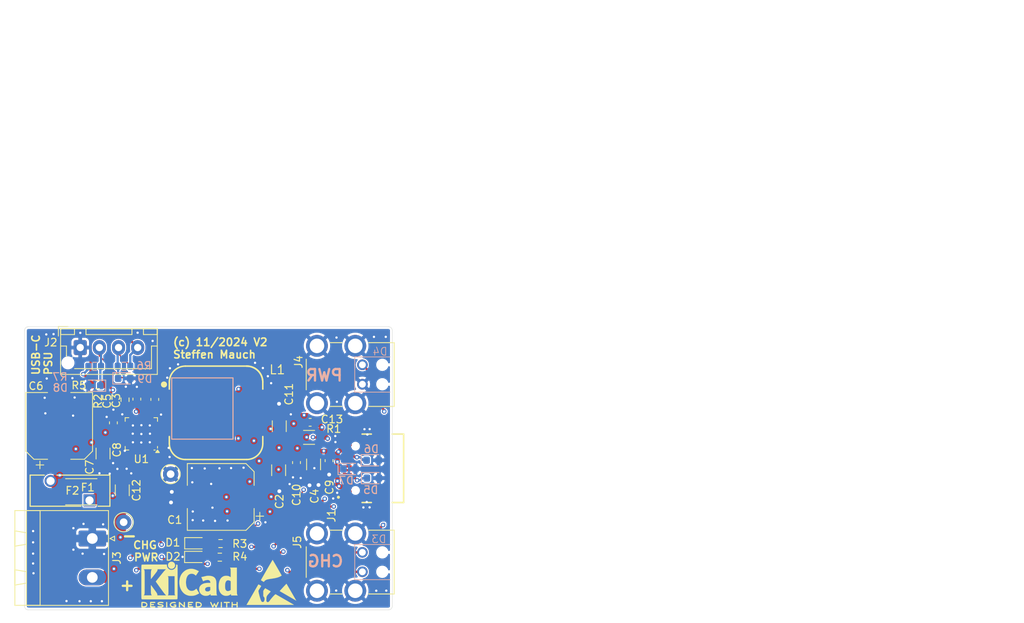
<source format=kicad_pcb>
(kicad_pcb (version 20240108) (generator "pcbnew") (generator_version "8.0")
  (layers (0 "F.Cu" signal) (1 "In1.Cu" signal) (2 "In2.Cu" signal) (31 "B.Cu" signal) (34 "B.Paste" user) (35 "F.Paste" user) (36 "B.SilkS" user "B.Silkscreen") (37 "F.SilkS" user "F.Silkscreen") (38 "B.Mask" user) (39 "F.Mask" user) (44 "Edge.Cuts" user))
  (net 0 "")
  (net 1 "GND")
  (net 6 "Net-(U1-BST)")
  (net 7 "Net-(C3-Pad2)")
  (net 10 "VIN")
  (net 12 "/VBUS")
  (net 13 "/CC1")
  (net 14 "/CC2")
  (net 15 "Net-(U1-PSET)")
  (net 16 "/SCL")
  (net 17 "/SDA")
  (net 18 "/VDRV")
  (net 20 "/FLED")
  (net 21 "Net-(D1-A)")
  (net 22 "Net-(D2-A)")
  (net 25 "Net-(J2-Pin_4)")
  (net 26 "Net-(J3-Pin_2)")
  (net 28 "/CSP")
  (footprint "Capacitor_SMD:CP_Elec_8x10.5" (layer "F.Cu") (at 171.61 83.49 180)
    (property "Reference" "C1")
    (property "Value" "C_POL_220u_35V")
  )
  (footprint "Capacitor_SMD:C_0603_1608Metric" (layer "F.Cu") (at 185.75 78.75 90)
    (property "Reference" "C9")
    (property "Value" "C0603_100n_50V")
  )
  (footprint "Symbol:KiCad-Logo2_5mm_SilkScreen" (layer "F.Cu") (at 167.53 94.93)
    (property "Reference" "SYM2" (hide yes))
    (property "Value" "Logo_Open_Hardware_Small" (hide yes))
  )
  (footprint "Package_DFN_QFN:QFN-24-1EP_4x4mm_P0.5mm_EP2.5x2.5mm" (layer "F.Cu") (at 161.25 75.25 180)
    (property "Reference" "U1")
    (property "Value" "SW3526")
  )
  (footprint "Fiducial:Fiducial_1.5mm_Mask3mm" (layer "F.Cu") (at 148 96)
    (property "Reference" "FID2" (hide yes))
    (property "Value" "Fiducial")
  )
  (footprint "Capacitor_SMD:CP_Elec_8x10.5" (layer "F.Cu") (at 150.52 74.21 90)
    (property "Reference" "C6")
    (property "Value" "C_POL_220u_35V")
  )
  (footprint "library:FUSE_AHEF300_LTF" (layer "F.Cu") (at 154.48 83.94 180)
    (property "Reference" "F2")
    (property "Value" "AHEF300")
  )
  (footprint "Resistor_SMD:R_0603_1608Metric" (layer "F.Cu") (at 159.12 70.79 -90)
    (property "Reference" "R2")
    (property "Value" "R0603_16K")
  )
  (footprint "LED_SMD:LED_0603_1608Metric" (layer "F.Cu") (at 168.380105 91.33)
    (property "Reference" "D2")
    (property "Value" "PWR_GREEN")
  )
  (footprint "Resistor_SMD:R_0603_1608Metric" (layer "F.Cu") (at 171.580105 89.58)
    (property "Reference" "R3")
    (property "Value" "R0603_1K")
  )
  (footprint "library:KEYSTONE_7781" (layer "F.Cu") (at 186.67 67.5 180)
    (property "Reference" "J4")
    (property "Value" "7781")
  )
  (footprint "LED_SMD:LED_0603_1608Metric" (layer "F.Cu") (at 168.390105 89.54)
    (property "Reference" "D1")
    (property "Value" "CHG_RED")
  )
  (footprint "Capacitor_SMD:C_0603_1608Metric" (layer "F.Cu") (at 183.28 73.74 180)
    (property "Reference" "C13")
    (property "Value" "C0603_100n_50V")
  )
  (footprint "library:WE-PD_1210" (layer "F.Cu") (at 171 72.5 -90)
    (property "Reference" "L1")
    (property "Value" "22u (7447709220)")
  )
  (footprint "Capacitor_SMD:C_0603_1608Metric" (layer "F.Cu") (at 160.66 70.71 -90)
    (property "Reference" "C5")
    (property "Value" "C0603_1u_50V")
  )
  (footprint "Capacitor_SMD:C_1206_3216Metric" (layer "F.Cu") (at 179.25 74.25 -90)
    (property "Reference" "C11")
    (property "Value" "C1206_22u_25V")
  )
  (footprint "Capacitor_SMD:C_1206_3216Metric" (layer "F.Cu") (at 156.25 77.82 90)
    (property "Reference" "C7")
    (property "Value" "C1206_10u_50V")
  )
  (footprint "Fuse:Fuse_2512_6332Metric" (layer "F.Cu") (at 153.41 82.82 180)
    (property "Reference" "F1")
    (property "Value" "Fuse")
  )
  (footprint "Capacitor_SMD:C_0603_1608Metric" (layer "F.Cu") (at 181.5 79 90)
    (property "Reference" "C10")
    (property "Value" "C0603_100n_50V")
  )
  (footprint "Capacitor_SMD:C_0603_1608Metric" (layer "F.Cu") (at 157.6 73.81 -90)
    (property "Reference" "C8")
    (property "Value" "C0603_1u_50V")
  )
  (footprint "Resistor_SMD:R_0603_1608Metric" (layer "F.Cu") (at 155.55 68.83 180)
    (property "Reference" "R5")
    (property "Value" "R0603_0R")
  )
  (footprint "library:KEYSTONE_7781" (layer "F.Cu") (at 186.67 92 180)
    (property "Reference" "J5")
    (property "Value" "7781")
  )
  (footprint "Connector_JST:JST_XH_B4B-XH-AM_1x04_P2.50mm_Vertical" (layer "F.Cu") (at 153.27 63.975)
    (property "Reference" "J2")
    (property "Value" "Conn_01x04_Pin")
  )
  (footprint "Resistor_SMD:R_0603_1608Metric" (layer "F.Cu") (at 171.49 91.36)
    (property "Reference" "R4")
    (property "Value" "R0603_1K")
  )
  (footprint "Capacitor_SMD:C_1206_3216Metric" (layer "F.Cu") (at 158.76 82.62 -90)
    (property "Reference" "C12")
    (property "Value" "C1206_10u_50V")
  )
  (footprint "Fiducial:Fiducial_1.5mm_Mask3mm" (layer "F.Cu") (at 179.5 63.5)
    (property "Reference" "FID1" (hide yes))
    (property "Value" "Fiducial" (hide yes))
  )
  (footprint "Connector_Pin:Pin_D1.0mm_L10.0mm" (layer "F.Cu") (at 158.94 86.79)
    (property "Reference" "TP2" (hide yes))
    (property "Value" "TestPoint" (hide yes))
  )
  (footprint "Capacitor_SMD:C_0603_1608Metric" (layer "F.Cu") (at 163 70.75 90)
    (property "Reference" "C3")
    (property "Value" "C0603_100n_50V")
  )
  (footprint "Capacitor_SMD:C_1206_3216Metric" (layer "F.Cu") (at 179.17 80 90)
    (property "Reference" "C2")
    (property "Value" "C1206_22u_25V")
  )
  (footprint "Connector_Pin:Pin_D1.0mm_L10.0mm" (layer "F.Cu") (at 165.07 80.51)
    (property "Reference" "TP1" (hide yes))
    (property "Value" "TestPoint")
  )
  (footprint "library:GCT_USB4110GFA" (layer "F.Cu") (at 189.2 79.75 90)
    (property "Reference" "J1")
    (property "Value" "USB4110GFA")
  )
  (footprint "Capacitor_SMD:C_1206_3216Metric" (layer "F.Cu") (at 183.73 79.24 90)
    (property "Reference" "C4")
    (property "Value" "C1206_10u_50V")
  )
  (footprint "Symbol:ESD-Logo_6.6x6mm_SilkScreen" (layer "F.Cu") (at 178.22824 94.634512)
    (property "Reference" "SYM1" (hide yes))
    (property "Value" "Logo_Open_Hardware_Small" (hide yes))
  )
  (footprint "Resistor_SMD:R_1206_3216Metric" (layer "F.Cu") (at 183.14 75.71)
    (property "Reference" "R1")
    (property "Value" "R1206_0.01R")
  )
  (footprint "Connector_Phoenix_MSTB:PhoenixContact_MSTBA_2,5_2-G-5,08_1x02_P5.08mm_Horizontal" (layer "F.Cu") (at 154.8475 88.92 -90)
    (property "Reference" "J3")
    (property "Value" "Conn_01x02_Socket")
  )
  (footprint "Resistor_SMD:R_0603_1608Metric" (layer "B.Cu") (at 155.16 66.43)
    (property "Reference" "R7")
    (property "Value" "R0603_10K")
  )
  (footprint "Diode_SMD:D_0603_1608Metric" (layer "B.Cu") (at 191.43 78.7)
    (property "Reference" "D6")
    (property "Value" "GG060305100N2P")
  )
  (footprint "Diode_SMD:D_0603_1608Metric" (layer "B.Cu") (at 159.01 68)
    (property "Reference" "D9")
    (property "Value" "GG060305100N2P")
  )
  (footprint "Diode_SMD:D_0603_1608Metric" (layer "B.Cu") (at 188.41 79.84)
    (property "Reference" "D7")
    (property "Value" "EZA-EG3A50AV")
  )
  (footprint "Resistor_SMD:R_0603_1608Metric" (layer "B.Cu") (at 158.98 66.42 180)
    (property "Reference" "R6")
    (property "Value" "R0603_10K")
  )
  (footprint "Diode_SMD:D_0603_1608Metric" (layer "B.Cu") (at 191.47 81.03)
    (property "Reference" "D5")
    (property "Value" "GG060305100N2P")
  )
  (footprint "library:WP934RS" (layer "B.Cu") (at 191.4 92 180)
    (property "Reference" "D3")
    (property "Value" "FRONT_CHG_RED")
  )
  (footprint "library:WP934RS" (layer "B.Cu") (at 191.4 67.5 180)
    (property "Reference" "D4")
    (property "Value" "FONT_PWR_GREEN")
  )
  (footprint "Diode_SMD:D_0603_1608Metric" (layer "B.Cu") (at 155.11 68.96 180)
    (property "Reference" "D8")
    (property "Value" "GG060305100N2P")
  )
  (gr_rect (start 165.21 67.94) (end 173.21 75.94) (stroke (width 0.15)) (fill none) (layer "B.SilkS"))
  (gr_line (start 194 61.75) (end 194 97.75) (stroke (width 0.05)) (layer "Edge.Cuts"))
  (gr_line (start 193.5 98.25) (end 146.5 98.25) (stroke (width 0.05)) (layer "Edge.Cuts"))
  (gr_arc (start 193.5 61.25) (mid 193.853553 61.396447) (end 194 61.75) (stroke (width 0.05)) (layer "Edge.Cuts"))
  (gr_arc (start 146.5 98.25) (mid 146.146447 98.103553) (end 146 97.75) (stroke (width 0.05)) (layer "Edge.Cuts"))
  (gr_arc (start 146 61.75) (mid 146.146447 61.396447) (end 146.5 61.25) (stroke (width 0.05)) (layer "Edge.Cuts"))
  (gr_arc (start 194 97.75) (mid 193.853553 98.103553) (end 193.5 98.25) (stroke (width 0.05)) (layer "Edge.Cuts"))
  (gr_line (start 146 97.75) (end 146 61.75) (stroke (width 0.05)) (layer "Edge.Cuts"))
  (gr_line (start 146.5 61.25) (end 193.5 61.25) (stroke (width 0.05)) (layer "Edge.Cuts"))
  (gr_text "PWR" (at 187.68 68.48 -0) (layer "B.SilkS") (effects (font (size 1.5 1.5) (thickness 0.3) (bold yes)) (justify left bottom mirror)))
  (gr_text "CHG" (at 187.77 92.76 0) (layer "B.SilkS") (effects (font (size 1.5 1.5) (thickness 0.3) (bold yes)) (justify left bottom mirror)))
  (gr_text "-" (at 158.56 89.41 0) (layer "F.SilkS") (effects (font (size 1.5 1.5) (thickness 0.3) (bold yes)) (justify left bottom)))
  (gr_text "CHG" (at 160.07 90.37 0) (layer "F.SilkS") (effects (font (size 1 1) (thickness 0.2) (bold yes)) (justify left bottom)))
  (gr_text "(c) 11/2024 V2\nSteffen Mauch" (at 165.28 65.47 0) (layer "F.SilkS") (effects (font (size 1 1) (thickness 0.2) (bold yes)) (justify left bottom)))
  (gr_text "PWR" (at 160.18 91.97 0) (layer "F.SilkS") (effects (font (size 1 1) (thickness 0.2) (bold yes)) (justify left bottom)))
  (gr_text "USB-C\nPSU" (at 149.68 67.67 90) (layer "F.SilkS") (effects (font (size 1 1) (thickness 0.2) (bold yes)) (justify left bottom)))
  (gr_text "+" (at 158.27 95.87 0) (layer "F.SilkS") (effects (font (size 1.5 1.5) (thickness 0.3) (bold yes)) (justify left bottom)))
  (segment (start 167.91 85.34) (end 167.96 85.39) (width 0.6) (layer "F.Cu") (net 1))
  (segment (start 159.22 69.09) (end 159.22 69.865) (width 0.3) (layer "F.Cu") (net 1))
  (segment (start 190.23 84.86) (end 188.5 84.86) (width 0.6) (layer "F.Cu") (net 1))
  (segment (start 179.25 72.775) (end 180.685 72.775) (width 0.6) (layer "F.Cu") (net 1))
  (segment (start 167 83) (end 165.79 84.21) (width 0.6) (layer "F.Cu") (net 1))
  (segment (start 159.195 81.145) (end 159.93 80.41) (width 0.3) (layer "F.Cu") (net 1))
  (segment (start 158.76 80.47) (end 158.12 79.83) (width 0.6) (layer "F.Cu") (net 1))
  (segment (start 158.76 81.145) (end 158.76 80.47) (width 0.6) (layer "F.Cu") (net 1))
  (segment (start 183.75 80.475) (end 183.75 81.1) (width 0.6) (layer "F.Cu") (net 1))
  (segment (start 183.82 81.35) (end 183.2 81.97) (width 0.6) (layer "F.Cu") (net 1))
  (segment (start 152.06 70.51) (end 150.52 70.51) (width 0.6) (layer "F.Cu") (net 1))
  (segment (start 181.04 80.93) (end 181.5 80.47) (width 0.6) (layer "F.Cu") (net 1))
  (segment (start 161.25 74.123722) (end 161.25 75.25) (width 0.3) (layer "F.Cu") (net 1))
  (segment (start 186.81 76.55) (end 186.58 76.32) (width 0.6) (layer "F.Cu") (net 1))
  (segment (start 156.72 73.035) (end 157.6 73.035) (width 0.3) (layer "F.Cu") (net 1))
  (segment (start 186.290064 83.519936) (end 186.81 83) (width 0.6) (layer "F.Cu") (net 1))
  (segment (start 180.17 81.81) (end 179.835 81.475) (width 0.6) (layer "F.Cu") (net 1))
  (segment (start 186.81 82.95) (end 187.925 82.95) (width 0.6) (layer "F.Cu") (net 1))
  (segment (start 158.76 80.38) (end 159.33 79.81) (width 0.6) (layer "F.Cu") (net 1))
  (segment (start 169.13 83.49) (end 170.53 84.89) (width 0.6) (layer "F.Cu") (net 1))
  (segment (start 152.54 70.5) (end 152.07 70.5) (width 0.6) (layer "F.Cu") (net 1))
  (segment (start 188.7 74.64) (end 190.05 74.64) (width 1) (layer "F.Cu") (net 1))
  (segment (start 191.45 74.64) (end 190.75 75.34) (width 1) (layer "F.Cu") (net 1))
  (segment (start 186.58 76.32) (end 186.58 75.55) (width 0.6) (layer "F.Cu") (net 1))
  (segment (start 179.25 71.35) (end 179.22 71.32) (width 0.6) (layer "F.Cu") (net 1))
  (segment (start 150.52 69.7) (end 152.25 67.97) (width 0.6) (layer "F.Cu") (net 1))
  (segment (start 184.37 81.93) (end 183.82 81.38) (width 0.6) (layer "F.Cu") (net 1))
  (segment (start 185.75 80.56) (end 185.76 80.57) (width 0.6) (layer "F.Cu") (net 1))
  (segment (start 152.07 70.5) (end 152.06 70.51) (width 0.6) (layer "F.Cu") (net 1))
  (segment (start 160.66 70.005) (end 160.66 69.11) (width 0.3) (layer "F.Cu") (net 1))
  (segment (start 156.25 79.295) (end 156.25 79.58) (width 0.6) (layer "F.Cu") (net 1))
  (segment (start 188.125 82.95) (end 188.125 84.285) (width 0.6) (layer "F.Cu") (net 1))
  (segment (start 167.91 83.49) (end 167.91 85.34) (width 0.6) (layer "F.Cu") (net 1))
  (segment (start 186.58 75.55) (end 186.56 75.53) (width 0.6) (layer "F.Cu") (net 1))
  (segment (start 186.290064 83.690064) (end 186.290064 83.519936) (width 0.6) (layer "F.Cu") (net 1))
  (segment (start 192.63 74.64) (end 191.45 74.64) (width 1) (layer "F.Cu") (net 1))
  (segment (start 156.25 79.295) (end 157.335 79.295) (width 0.6) (layer "F.Cu") (net 1))
  (segment (start 150.52 70.77) (end 148.72 72.57) (width 0.6) (layer "F.Cu") (net 1))
  (segment (start 157.335 79.295) (end 157.56 79.07) (width 0.6) (layer "F.Cu") (net 1))
  (segment (start 167.91 81.59) (end 167.9 81.58) (width 0.6) (layer "F.Cu") (net 1))
  (segment (start 167.91 83.49) (end 167.91 81.59) (width 0.6) (layer "F.Cu") (net 1))
  (segment (start 183.73 80.715) (end 183.73 79.83) (width 0.6) (layer "F.Cu") (net 1))
  (segment (start 168.66 83.49) (end 170.36 81.79) (width 0.6) (layer "F.Cu") (net 1))
  (segment (start 182.05 81.02) (end 181.5 80.47) (width 0.6) (layer "F.Cu") (net 1))
  (segment (start 180.685 72.775) (end 180.76 72.7) (width 0.6) (layer "F.Cu") (net 1))
  (segment (start 186.81 83) (end 186.81 82.95) (width 0.6) (layer "F.Cu") (net 1))
  (segment (start 150.52 69.64) (end 148.9 68.02) (width 0.6) (layer "F.Cu") (net 1))
  (segment (start 156.25 79.58) (end 157.12 80.45) (width 0.6) (layer "F.Cu") (net 1))
  (segment (start 179.25 72.775) (end 179.25 71.35) (width 0.6) (layer "F.Cu") (net 1))
  (segment (start 166.640105 91.33) (end 166.630105 91.32) (width 0.3) (layer "F.Cu") (net 1))
  (segment (start 148.66 70.51) (end 150.52 70.51) (width 0.6) (layer "F.Cu") (net 1))
  (segment (start 161.253893 74.119829) (end 161.25 74.123722) (width 0.3) (layer "F.Cu") (net 1))
  (segment (start 162.374071 75.228829) (end 161.271171 75.228829) (width 0.3) (layer "F.Cu") (net 1))
  (segment (start 180.6 81.81) (end 180.17 81.81) (width 0.6) (layer "F.Cu") (net 1))
  (segment (start 157.6 72.09) (end 157.6 73.035) (width 0.3) (layer "F.Cu") (net 1))
  (segment (start 187.925 76.55) (end 186.81 76.55) (width 0.6) (layer "F.Cu") (net 1))
  (segment (start 148.63 70.54) (end 148.66 70.51) (width 0.6) (layer "F.Cu") (net 1))
  (segment (start 150.52 71.05) (end 152.34 72.87) (width 0.6) (layer "F.Cu") (net 1))
  (segment (start 183.75 81.13) (end 183.75 80.475) (width 0.6) (layer "F.Cu") (net 1))
  (segment (start 179.835 81.475) (end 179.17 81.475) (width 0.6) (layer "F.Cu") (net 1))
  (segment (start 185.75 79.525) (end 185.75 80.56) (width 0.6) (layer "F.Cu") (net 1))
  (segment (start 167.592605 91.33) (end 166.640105 91.33) (width 0.3) (layer "F.Cu") (net 1))
  (segment (start 165.22 82.83) (end 166.83 82.83) (width 0.6) (layer "F.Cu") (net 1))
  (segment (start 190.37 74.64) (end 192.43 74.64) (width 0.6) (layer "F.Cu") (net 1))
  (segment (start 161.23959 76.377778) (end 161.23959 75.26041) (width 0.3) (layer "F.Cu") (net 1))
  (segment (start 181.5 80.47) (end 181.5 79.775) (width 0.6) (layer "F.Cu") (net 1))
  (segment (start 191.38 84.86) (end 190.67 84.15) (width 1) (layer "F.Cu") (net 1))
  (segment (start 192.63 84.86) (end 191.38 84.86) (width 1) (layer "F.Cu") (net 1))
  (segment (start 190.37 74.64) (end 188.5 74.64) (width 0.6) (layer "F.Cu") (net 1))
  (segment (start 179.25 82.73) (end 179.26 82.74) (width 0.6) (layer "F.Cu") (net 1))
  (segment (start 188.7 84.86) (end 189.96 84.86) (width 1) (layer "F.Cu") (net 1))
  (segment (start 156.25 79.93) (end 156.25 79.295) (width 0.6) (layer "F.Cu") (net 1))
  (segment (start 155.78 80.4) (end 156.25 79.93) (width 0.6) (layer "F.Cu") (net 1))
  (segment (start 165.79 84.21) (end 165.12 84.21) (width 0.6) (layer "F.Cu") (net 1))
  (segment (start 179.25 81.475) (end 179.25 82.73) (width 0.6) (layer "F.Cu") (net 1))
  (segment (start 189.96 84.86) (end 190.67 84.15) (width 1) (layer "F.Cu") (net 1))
  (segment (start 188.125 76.55) (end 188.125 75.215) (width 0.6) (layer "F.Cu") (net 1))
  (segment (start 158.76 81.145) (end 158.76 80.38) (width 0.6) (layer "F.Cu") (net 1))
  (segment (start 160.126651 75.226625) (end 160.150026 75.25) (width 0.3) (layer "F.Cu") (net 1))
  (segment (start 190.23 84.86) (end 192.43 84.86) (width 0.6) (layer "F.Cu") (net 1))
  (segment (start 183.73 79.83) (end 183.83 79.73) (width 0.6) (layer "F.Cu") (net 1))
  (segment (start 190.05 74.64) (end 190.75 75.34) (width 1) (layer "F.Cu") (net 1))
  (via (at 152.54 70.5) (size 0.6) (drill 0.3) (layers "F.Cu" "B.Cu") (net 1))
  (via (at 161.23959 76.377778) (size 0.6) (drill 0.3) (layers "F.Cu" "B.Cu") (net 1))
  (via (at 193.22 95.73) (size 0.6) (drill 0.3) (layers "F.Cu" "B.Cu") (net 1))
  (via (at 159.22 69.09) (size 0.6) (drill 0.3) (layers "F.Cu" "B.Cu") (net 1))
  (via (at 149.79 62.22) (size 0.6) (drill 0.3) (layers "F.Cu" "B.Cu") (net 1))
  (via (at 148.63 70.54) (size 0.6) (drill 0.3) (layers "F.Cu" "B.Cu") (net 1))
  (via (at 153.18 97.11) (size 0.6) (drill 0.3) (layers "F.Cu" "B.Cu") (net 1))
  (via (at 155.78 80.4) (size 0.6) (drill 0.3) (layers "F.Cu" "B.Cu") (net 1))
  (via (at 152.38 87.57) (size 0.6) (drill 0.3) (layers "F.Cu" "B.Cu") (net 1))
  (via (at 184.37 81.93) (size 0.8) (drill 0.5) (layers "F.Cu" "B.Cu") (net 1))
  (via (at 170.87 86.62) (size 0.6) (drill 0.3) (layers "F.Cu" "B.Cu") (net 1))
  (via (at 164.98 66.68) (size 0.6) (drill 0.3) (layers "F.Cu" "B.Cu") (net 1))
  (via (at 153.7 87.01) (size 0.6) (drill 0.3) (layers "F.Cu" "B.Cu") (net 1))
  (via (at 162.35 74.15) (size 0.6) (drill 0.3) (layers "F.Cu" "B.Cu") (net 1))
  (via (at 180.6 81.81) (size 0.6) (drill 0.3) (layers "F.Cu" "B.Cu") (net 1))
  (via (at 148.9 68.02) (size 0.6) (drill 0.3) (layers "F.Cu" "B.Cu") (net 1))
  (via (at 186.290064 83.690064) (size 0.6) (drill 0.3) (layers "F.Cu" "B.Cu") (net 1))
  (via (at 186.58 76.32) (size 0.6) (drill 0.3) (layers "F.Cu" "B.Cu") (net 1))
  (via (at 164.82 77.08) (size 0.6) (drill 0.3) (layers "F.Cu" "B.Cu") (net 1))
  (via (at 177.11 66.65) (size 0.6) (drill 0.3) (layers "F.Cu" "B.Cu") (net 1))
  (via (at 172.96 79.72) (size 0.6) (drill 0.3) (layers "F.Cu" "B.Cu") (net 1))
  (via (at 166.04 66.17) (size 0.6) (drill 0.3) (layers "F.Cu" "B.Cu") (net 1))
  (via (at 153.28 62.06) (size 0.6) (drill 0.3) (layers "F.Cu" "B.Cu") (net 1))
  (via (at 154.65 97.11) (size 0.6) (drill 0.3) (layers "F.Cu" "B.Cu") (net 1))
  (via (at 190.67 84.15) (size 0.6) (drill 0.3) (layers "F.Cu" "B.Cu") (net 1))
  (via (at 160.145 74.155) (size 0.6) (drill 0.3) (layers "F.Cu" "B.Cu") (net 1))
  (via (at 183.83 79.73) (size 0.6) (drill 0.3) (layers "F.Cu" "B.Cu") (net 1))
  (via (at 165.12 84.21) (size 0.8) (drill 0.5) (layers "F.Cu" "B.Cu") (net 1))
  (via (at 181.04 80.93) (size 0.6) (drill 0.3) (layers "F.Cu" "B.Cu") (net 1))
  (via (at 151.48 97.09) (size 0.6) (drill 0.3) (layers "F.Cu" "B.Cu") (net 1))
  (via (at 158.76 72.7) (size 0.6) (drill 0.3) (layers "F.Cu" "B.Cu") (net 1))
  (via (at 191.61 62.58) (size 0.6) (drill 0.3) (layers "F.Cu" "B.Cu") (net 1))
  (via (at 185.76 80.57) (size 0.8) (drill 0.5) (layers "F.Cu" "B.Cu") (net 1))
  (via (at 167.96 85.39) (size 0.6) (drill 0.3) (layers "F.Cu" "B.Cu") (net 1))
  (via (at 166.630105 91.32) (size 0.6) (drill 0.3) (layers "F.Cu" "B.Cu") (net 1))
  (via (at 186.81 82.95) (size 0.6) (drill 0.3) (layers "F.Cu" "B.Cu") (net 1))
  (via (at 160.126651 75.226625) (size 0.6) (drill 0.3) (layers "F.Cu" "B.Cu") (net 1))
  (via (at 177.76 67.72) (size 0.6) (drill 0.3) (layers "F.Cu" "B.Cu") (net 1))
  (via (at 159.93 80.41) (size 0.6) (drill 0.3) (layers "F.Cu" "B.Cu") (net 1))
  (via (at 156.38 90.94) (size 0.6) (drill 0.3) (layers "F.Cu" "B.Cu") (net 1))
  (via (at 158.12 79.83) (size 0.6) (drill 0.3) (layers "F.Cu" "B.Cu") (net 1))
  (via (at 147.12 89.42) (size 0.6) (drill 0.3) (layers "F.Cu" "B.Cu") (net 1))
  (via (at 148.84 62.26) (size 0.6) (drill 0.3) (layers "F.Cu" "B.Cu") (net 1))
  (via (at 186.68 95.72) (size 0.6) (drill 0.3) (layers "F.Cu" "B.Cu") (net 1))
  (via (at 156.26 87.07) (size 0.6) (drill 0.3) (layers "F.Cu" "B.Cu") (net 1))
  (via (at 160.66 69.11) (size 0.6) (drill 0.3) (layers "F.Cu" "B.Cu") (net 1))
  (via (at 178.19 68.63) (size 0.6) (drill 0.3) (layers "F.Cu" "B.Cu") (net 1))
  (via (at 174.59 79.67) (size 0.6) (drill 0.3) (layers "F.Cu" "B.Cu") (net 1))
  (via (at 161.25 75.27) (size 0.6) (drill 0.3) (layers "F.Cu" "B.Cu") (net 1))
  (via (at 169.32 86.57) (size 0.6) (drill 0.3) (layers "F.Cu" "B.Cu") (net 1))
  (via (at 147.12 92.18) (size 0.6) (drill 0.3) (layers "F.Cu" "B.Cu") (net 1))
  (via (at 179.22 71.32) (size 0.8) (drill 0.5) (layers "F.Cu" "B.Cu") (net 1))
  (via (at 190.23 84.86) (size 0.6) (drill 0.3) (layers "F.Cu" "B.Cu") (net 1))
  (via (at 180.76 72.7) (size 0.6) (drill 0.3) (layers "F.Cu" "B.Cu") (net 1))
  (via (at 148.72 72.57) (size 0.6) (drill 0.3) (layers "F.Cu" "B.Cu") (net 1))
  (via (at 156.1 97.11) (size 0.6) (drill 0.3) (layers "F.Cu" "B.Cu") (net 1))
  (via (at 186.77 71.06) (size 0.6) (drill 0.3) (layers "F.Cu" "B.Cu") (net 1))
  (via (at 159.09 77.46) (size 0.6) (drill 0.3) (layers "F.Cu" "B.Cu") (net 1))
  (via (at 147.12 90.89) (size 0.6) (drill 0.3) (layers "F.Cu" "B.Cu") (net 1))
  (via (at 152.25 67.97) (size 0.6) (drill 0.3) (layers "F.Cu" "B.Cu") (net 1))
  (via (at 191.91 95.74) (size 0.6) (drill 0.3) (layers "F.Cu" "B.Cu") (net 1))
  (via (at 160.148 76.35) (size 0.6) (drill 0.3) (layers "F.Cu" "B.Cu") (net 1))
  (via (at 153.58 90.9) (size 0.6) (drill 0.3) (layers "F.Cu" "B.Cu") (net 1))
  (via (at 162.35 76.35) (size 0.6) (drill 0.3) (layers "F.Cu" "B.Cu") (net 1))
  (via (at 157.6 72.09) (size 0.6) (drill 0.3) (layers "F.Cu" "B.Cu") (net 1))
  (via (at 164.93 78.27) (size 0.6) (drill 0.3) (layers "F.Cu" "B.Cu") (net 1))
  (via (at 163.82 72.73) (size 0.6) (drill 0.3) (layers "F.Cu" "B.Cu") (net 1))
  (via (at 172.5 86.57) (size 0.6) (drill 0.3) (layers "F.Cu" "B.Cu") (net 1))
  (via (at 160.76 62.04) (size 0.6) (drill 0.3) (layers "F.Cu" "B.Cu") (net 1))
  (via (at 167.9 81.58) (size 0.6) (drill 0.3) (layers "F.Cu" "B.Cu") (net 1))
  (via (at 179.26 82.74) (size 0.8) (drill 0.5) (layers "F.Cu" "B.Cu") (net 1))
  (via (at 167.95 86.52) (size 0.6) (drill 0.3) (layers "F.Cu" "B.Cu") (net 1))
  (via (at 176.09 65.97) (size 0.6) (drill 0.3) (layers "F.Cu" "B.Cu") (net 1))
  (via (at 147.17 93.46) (size 0.6) (drill 0.3) (layers "F.Cu" "B.Cu") (net 1))
  (via (at 191.04 84.85) (size 0.6) (drill 0.3) (layers "F.Cu" "B.Cu") (net 1))
  (via (at 186.56 75.53) (size 0.6) (drill 0.3) (layers "F.Cu" "B.Cu") (net 1))
  (via (at 157.12 80.45) (size 0.6) (drill 0.3) (layers "F.Cu" "B.Cu") (net 1))
  (via (at 190.37 74.64) (size 0.6) (drill 0.3) (layers "F.Cu" "B.Cu") (net 1))
  (via (at 170.36 81.79) (size 0.6) (drill 0.3) (layers "F.Cu" "B.Cu") (net 1))
  (via (at 164.63 67.91) (size 0.6) (drill 0.3) (layers "F.Cu" "B.Cu") (net 1))
  (via (at 159.33 79.81) (size 0.6) (drill 0.3) (layers "F.Cu" "B.Cu") (net 1))
  (via (at 167.84 79.72) (size 0.6) (drill 0.3) (layers "F.Cu" "B.Cu") (net 1))
  (via (at 191.05 74.63) (size 0.6) (drill 0.3) (layers "F.Cu" "B.Cu") (net 1))
  (via (at 157.56 79.07) (size 0.6) (drill 0.3) (layers "F.Cu" "B.Cu") (net 1))
  (via (at 190.75 75.34) (size 0.6) (drill 0.3) (layers "F.Cu" "B.Cu") (net 1))
  (via (at 156.72 73.035) (size 0.6) (drill 0.3) (layers "F.Cu" "B.Cu") (net 1))
  (via (at 169.52 79.77) (size 0.6) (drill 0.3) (layers "F.Cu" "B.Cu") (net 1))
  (via (at 177.44 86.8) (size 0.6) (drill 0.3) (layers "F.Cu" "B.Cu") (net 1))
  (via (at 171.44 79.75) (size 0.6) (drill 0.3) (layers "F.Cu" "B.Cu") (net 1))
  (via (at 161.253893 74.119829) (size 0.6) (drill 0.3) (layers "F.Cu" "B.Cu") (net 1))
  (via (at 193.15 62.58) (size 0.6) (drill 0.3) (layers "F.Cu" "B.Cu") (net 1))
  (via (at 152.34 72.87) (size 0.6) (drill 0.3) (layers "F.Cu" "B.Cu") (net 1))
  (via (at 182.05 81.02) (size 0.6) (drill 0.3) (layers "F.Cu" "B.Cu") (net 1))
  (via (at 162.374071 75.228829) (size 0.6) (drill 0.3) (layers "F.Cu" "B.Cu") (net 1))
  (via (at 170.53 84.89) (size 0.6) (drill 0.3) (layers "F.Cu" "B.Cu") (net 1))
  (via (at 186.72 62.67) (size 0.6) (drill 0.3) (layers "F.Cu" "B.Cu") (net 1))
  (via (at 152.38 90.38) (size 0.6) (drill 0.3) (layers "F.Cu" "B.Cu") (net 1))
  (via (at 183.2 81.97) (size 0.8) (drill 0.5) (layers "F.Cu" "B.Cu") (net 1))
  (via (at 162.72 63.11) (size 0.6) (drill 0.3) (layers "F.Cu" "B.Cu") (net 1))
  (via (at 165.22 82.83) (size 0.8) (drill 0.5) (layers "F.Cu" "B.Cu") (net 1))
  (via (at 147.12 87.95) (size 0.6) (drill 0.3) (layers "F.Cu" "B.Cu") (net 1))
  (segment (start 154.8475 90.5125) (end 154.83 90.53) (width 1) (layer "B.Cu") (net 1))
  (segment (start 157.36 88.92) (end 157.39 88.89) (width 1) (layer "B.Cu") (net 1))
  (segment (start 154.8475 88.92) (end 154.8475 87.3025) (width 1) (layer "B.Cu") (net 1))
  (segment (start 154.8475 88.92) (end 157.36 88.92) (width 1) (layer "B.Cu") (net 1))
  (segment (start 154.8475 88.92) (end 152.43 88.92) (width 1) (layer "B.Cu") (net 1))
  (segment (start 154.8475 87.3025) (end 154.86 87.29) (width 1) (layer "B.Cu") (net 1))
  (segment (start 152.43 88.92) (end 152.37 88.86) (width 1) (layer "B.Cu") (net 1))
  (segment (start 154.8475 88.92) (end 154.8475 90.5125) (width 1) (layer "B.Cu") (net 1))
  (segment (start 162.5 72.025) (end 163 71.525) (width 0.3) (layer "F.Cu") (net 6))
  (segment (start 162.5 73.3) (end 162.5 72.025) (width 0.3) (layer "F.Cu") (net 6))
  (segment (start 164.55 75.55) (end 164.73 75.73) (width 0.6) (layer "F.Cu") (net 7))
  (segment (start 163.2 76) (end 164.687868 76) (width 0.3) (layer "F.Cu") (net 7))
  (segment (start 164.55 74.5) (end 166.05 73) (width 0.3) (layer "F.Cu") (net 7))
  (segment (start 166.05 74.34) (end 164.94 75.45) (width 0.3) (layer "F.Cu") (net 7))
  (segment (start 164.687868 76) (end 166.05 74.637868) (width 0.3) (layer "F.Cu") (net 7))
  (segment (start 163 69.975) (end 163.585 69.975) (width 0.3) (layer "F.Cu") (net 7))
  (segment (start 164.55 74) (end 164.55 75.55) (width 0.6) (layer "F.Cu") (net 7))
  (segment (start 163.2 75) (end 164.76 75) (width 0.3) (layer "F.Cu") (net 7))
  (segment (start 164.62 75.5) (end 166.05 74.07) (width 0.3) (layer "F.Cu") (net 7))
  (segment (start 163.2 74) (end 164.55 74) (width 0.3) (layer "F.Cu") (net 7))
  (segment (start 163.585 69.975) (end 166.05 72.44) (width 0.3) (layer "F.Cu") (net 7))
  (segment (start 163.2 74.5) (end 164.55 74.5) (width 0.3) (layer "F.Cu") (net 7))
  (segment (start 164.55 74) (end 166.05 72.5) (width 0.3) (layer "F.Cu") (net 7))
  (segment (start 163.2 75.5) (end 164.62 75.5) (width 0.3) (layer "F.Cu") (net 7))
  (segment (start 150.52 78.26) (end 151.61 78.26) (width 1.4) (layer "F.Cu") (net 10))
  (segment (start 156.55 75.07) (end 156.25 75.37) (width 1.4) (layer "F.Cu") (net 10))
  (segment (start 150.51 82.51) (end 149.4 81.4) (width 1) (layer "F.Cu") (net 10))
  (segment (start 158.515 75.5) (end 159.3 75.5) (width 0.3) (layer "F.Cu") (net 10))
  (segment (start 153.525 76.345) (end 156.25 76.345) (width 1.4) (layer "F.Cu") (net 10))
  (segment (start 159.3 74.5) (end 157.685 74.5) (width 0.3) (layer "F.Cu") (net 10))
  (segment (start 157.035 74.585) (end 157.6 74.585) (width 1) (layer "F.Cu") (net 10))
  (segment (start 156.25 75.37) (end 156.25 76.345) (width 1.4) (layer "F.Cu") (net 10))
  (segment (start 159.3 74) (end 158.185 74) (width 0.3) (layer "F.Cu") (net 10))
  (segment (start 150.51 82.82) (end 150.51 78.27) (width 1.4) (layer "F.Cu") (net 10))
  (segment (start 156.55 75.07) (end 157.035 74.585) (width 1) (layer "F.Cu") (net 10))
  (segment (start 157.6 74.585) (end 158.515 75.5) (width 0.3) (layer "F.Cu") (net 10))
  (segment (start 151.61 78.26) (end 153.525 76.345) (width 1.4) (layer "F.Cu") (net 10))
  (segment (start 159.3 75) (end 158.015 75) (width 0.3) (layer "F.Cu") (net 10))
  (segment (start 158.015 75) (end 157.6 74.585) (width 0.3) (layer "F.Cu") (net 10))
  (segment (start 158.185 74) (end 157.6 74.585) (width 0.3) (layer "F.Cu") (net 10))
  (via (at 152.7 77.22) (size 0.6) (drill 0.3) (layers "F.Cu" "B.Cu") (net 10))
  (via (at 156.55 75.07) (size 0.6) (drill 0.3) (layers "F.Cu" "B.Cu") (net 10))
  (via (at 150.6 80.66) (size 0.6) (drill 0.3) (layers "F.Cu" "B.Cu") (net 10))
  (via (at 154.74 76.37) (size 0.6) (drill 0.3) (layers "F.Cu" "B.Cu") (net 10))
  (segment (start 185.3 77.525) (end 185.75 77.975) (width 0.6) (layer "F.Cu") (net 12))
  (segment (start 162.5 78.28) (end 162.8076 78.5876) (width 0.15) (layer "F.Cu") (net 12))
  (segment (start 162.8076 78.5876) (end 162.8076 84.30739) (width 0.15) (layer "F.Cu") (net 12))
  (segment (start 177.9876 87.4924) (end 182.25 83.23) (width 0.15) (layer "F.Cu") (net 12))
  (segment (start 183.75 77.525) (end 184.61 76.665) (width 0.6) (layer "F.Cu") (net 12))
  (segment (start 186.85 77.75) (end 186.85 81.85) (width 0.6) (layer "F.Cu") (net 12))
  (segment (start 162.5 77.2) (end 162.5 78.28) (width 0.15) (layer "F.Cu") (net 12))
  (segment (start 186.625 77.975) (end 186.85 77.75) (width 0.6) (layer "F.Cu") (net 12))
  (segment (start 165.99261 87.4924) (end 177.9876 87.4924) (width 0.15) (layer "F.Cu") (net 12))
  (segment (start 185.4 75.71) (end 185.56 75.87) (width 0.6) (layer "F.Cu") (net 12))
  (segment (start 187.25 77.35) (end 186.85 77.75) (width 0.6) (layer "F.Cu") (net 12))
  (segment (start 186.85 81.85) (end 187.17 82.17) (width 0.6) (layer "F.Cu") (net 12))
  (segment (start 182.25 83.23) (end 182.25 82.73) (width 0.15) (layer "F.Cu") (net 12))
  (segment (start 184.18 73.74) (end 184.83 74.39) (width 0.6) (layer "F.Cu") (net 12))
  (segment (start 183.712464 75.73) (end 184.6225 75.73) (width 0.3) (layer "F.Cu") (net 12))
  (segment (start 183.656232 75.673768) (end 183.712464 75.73) (width 0.3) (layer "F.Cu") (net 12))
  (segment (start 184.83 74.39) (end 184.83 74.51) (width 0.6) (layer "F.Cu") (net 12))
  (segment (start 182.25 82.73) (end 182.43 82.55) (width 0.15) (layer "F.Cu") (net 12))
  (segment (start 187.19 82.15) (end 187.17 82.17) (width 0.6) (layer "F.Cu") (net 12))
  (segment (start 185.75 77.975) (end 186.625 77.975) (width 0.6) (layer "F.Cu") (net 12))
  (segment (start 188.125 77.35) (end 187.25 77.35) (width 0.6) (layer "F.Cu") (net 12))
  (segment (start 184.83 74.51) (end 184.6025 74.7375) (width 0.6) (layer "F.Cu") (net 12))
  (segment (start 184.61 76.665) (end 184.61 75.4925) (width 0.6) (layer "F.Cu") (net 12))
  (segment (start 183.75 77.525) (end 185.3 77.525) (width 0.6) (layer "F.Cu") (net 12))
  (segment (start 188.125 82.15) (end 187.19 82.15) (width 0.6) (layer "F.Cu") (net 12))
  (segment (start 184.6025 74.7375) (end 184.6025 75.71) (width 0.6) (layer "F.Cu") (net 12))
  (segment (start 184.6025 75.71) (end 185.4 75.71) (width 0.6) (layer "F.Cu") (net 12))
  (segment (start 162.8076 84.30739) (end 165.99261 87.4924) (width 0.15) (layer "F.Cu") (net 12))
  (via (at 185.56 75.87) (size 0.6) (drill 0.3) (layers "F.Cu" "B.Cu") (net 12))
  (via (at 186.97 77.59) (size 0.6) (drill 0.3) (layers "F.Cu" "B.Cu") (net 12))
  (via (at 182.43 82.55) (size 0.6) (drill 0.3) (layers "F.Cu" "B.Cu") (net 12))
  (via (at 183.656232 75.673768) (size 0.6) (drill 0.3) (layers "F.Cu" "B.Cu") (net 12))
  (via (at 186.84 78.9) (size 0.6) (drill 0.3) (layers "F.Cu" "B.Cu") (net 12))
  (via (at 186.85 81.41) (size 0.6) (drill 0.3) (layers "F.Cu" "B.Cu") (net 12))
  (via (at 185.06 77.48) (size 0.6) (drill 0.3) (layers "F.Cu" "B.Cu") (net 12))
  (via (at 184.83 74.39) (size 0.6) (drill 0.3) (layers "F.Cu" "B.Cu") (net 12))
  (via (at 187.04 82.08) (size 0.6) (drill 0.3) (layers "F.Cu" "B.Cu") (net 12))
  (segment (start 187.6225 79.6825) (end 186.84 78.9) (width 0.3) (layer "B.Cu") (net 12))
  (segment (start 185.59 84.74) (end 186.36 84.74) (width 0.3) (layer "F.Cu") (net 13))
  (segment (start 158.45 76.5) (end 159.3 76.5) (width 0.3) (layer "F.Cu") (net 13))
  (segment (start 160.5952 80.223277) (end 158.2 77.828077) (width 0.3) (layer "F.Cu") (net 13))
  (segment (start 160.77 92.88) (end 176.65 92.88) (width 0.3) (layer "F.Cu") (net 13))
  (segment (start 182.59 85.85) (end 184.48 85.85) (width 0.3) (layer "F.Cu") (net 13))
  (segment (start 160.59 93.06) (end 160.77 92.88) (width 0.3) (layer "F.Cu") (net 13))
  (segment (start 178.51 89.93) (end 182.59 85.85) (width 0.3) (layer "F.Cu") (net 13))
  (segment (start 158.2 76.75) (end 158.45 76.5) (width 0.3) (layer "F.Cu") (net 13))
  (segment (start 189.1 81) (end 187.925 81) (width 0.3) (layer "F.Cu") (net 13))
  (segment (start 160.61 90.65) (end 160.61 82.13958) (width 0.3) (layer "F.Cu") (net 13))
  (segment (start 158.2 77.828077) (end 158.2 76.75) (width 0.3) (layer "F.Cu") (net 13))
  (segment (start 160.5952 82.12478) (end 160.5952 80.223277) (width 0.3) (layer "F.Cu") (net 13))
  (segment (start 189.41 81.31) (end 189.1 81) (width 0.3) (layer "F.Cu") (net 13))
  (segment (start 184.48 85.85) (end 185.59 84.74) (width 0.3) (layer "F.Cu") (net 13))
  (segment (start 160.61 82.13958) (end 160.5952 82.12478) (width 0.3) (layer "F.Cu") (net 13))
  (segment (start 159.81 91.45) (end 160.61 90.65) (width 0.3) (layer "F.Cu") (net 13))
  (via (at 189.41 81.31) (size 0.6) (drill 0.3) (layers "F.Cu" "B.Cu") (net 13))
  (via (at 160.59 93.06) (size 0.6) (drill 0.3) (layers "F.Cu" "B.Cu") (net 13))
  (via (at 159.81 91.45) (size 0.6) (drill 0.3) (layers "F.Cu" "B.Cu") (net 13))
  (via (at 186.36 84.74) (size 0.6) (drill 0.3) (layers "F.Cu" "B.Cu") (net 13))
  (via (at 176.65 92.88) (size 0.6) (drill 0.3) (layers "F.Cu" "B.Cu") (net 13))
  (via (at 178.51 89.93) (size 0.6) (drill 0.3) (layers "F.Cu" "B.Cu") (net 13))
  (segment (start 189.41 81.31) (end 189.84 81.31) (width 0.3) (layer "B.Cu") (net 13))
  (segment (start 190.11 81.04) (end 190.8725 81.04) (width 0.3) (layer "B.Cu") (net 13))
  (segment (start 189.84 81.31) (end 190.11 81.04) (width 0.3) (layer "B.Cu") (net 13))
  (segment (start 160 78.76) (end 160 77.2) (width 0.3) (layer "F.Cu") (net 14))
  (segment (start 163.89 89.52) (end 161.15 86.78) (width 0.3) (layer "F.Cu") (net 14))
  (segment (start 169.89 92.23) (end 164.83 92.23) (width 0.3) (layer "F.Cu") (net 14))
  (segment (start 183.89 85.02) (end 185.18 83.73) (width 0.3) (layer "F.Cu") (net 14))
  (segment (start 181.93 85.02) (end 183.89 85.02) (width 0.3) (layer "F.Cu") (net 14))
  (segment (start 189.13 78.3) (end 188.83 78) (width 0.3) (layer "F.Cu") (net 14))
  (segment (start 161.15 86.78) (end 161.15 79.91) (width 0.3) (layer "F.Cu") (net 14))
  (segment (start 189.38 78.3) (end 189.13 78.3) (width 0.3) (layer "F.Cu") (net 14))
  (segment (start 188.83 78) (end 187.925 78) (width 0.3) (layer "F.Cu") (net 14))
  (segment (start 163.89 89.72) (end 163.89 89.52) (width 0.3) (layer "F.Cu") (net 14))
  (segment (start 175.62 90.01) (end 176.94 90.01) (width 0.3) (layer "F.Cu") (net 14))
  (segment (start 161.15 79.91) (end 160 78.76) (width 0.3) (layer "F.Cu") (net 14))
  (segment (start 176.94 90.01) (end 181.93 85.02) (width 0.3) (layer "F.Cu") (net 14))
  (segment (start 164.83 92.23) (end 163.92 91.32) (width 0.3) (layer "F.Cu") (net 14))
  (via (at 189.38 78.3) (size 0.6) (drill 0.3) (layers "F.Cu" "B.Cu") (net 14))
  (via (at 185.18 83.73) (size 0.6) (drill 0.3) (layers "F.Cu" "B.Cu") (net 14))
  (via (at 169.89 92.23) (size 0.6) (drill 0.3) (layers "F.Cu" "B.Cu") (net 14))
  (via (at 163.89 89.72) (size 0.6) (drill 0.3) (layers "F.Cu" "B.Cu") (net 14))
  (via (at 163.92 91.32) (size 0.6) (drill 0.3) (layers "F.Cu" "B.Cu") (net 14))
  (via (at 175.62 90.01) (size 0.6) (drill 0.3) (layers "F.Cu" "B.Cu") (net 14))
  (segment (start 190.19 78.69) (end 190.9025 78.69) (width 0.3) (layer "B.Cu") (net 14))
  (segment (start 189.8 78.3) (end 190.19 78.69) (width 0.3) (layer "B.Cu") (net 14))
  (segment (start 189.38 78.3) (end 189.8 78.3) (width 0.3) (layer "B.Cu") (net 14))
  (segment (start 163.89 91.29) (end 163.92 91.32) (width 0.3) (layer "B.Cu") (net 14))
  (segment (start 159.22 71.92) (end 159.22 71.5) (width 0.3) (layer "F.Cu") (net 15))
  (segment (start 160 72.7) (end 159.22 71.92) (width 0.3) (layer "F.Cu") (net 15))
  (segment (start 160 73.3) (end 160 72.7) (width 0.3) (layer "F.Cu") (net 15))
  (segment (start 158.61 67.9) (end 155.77 65.06) (width 0.1524) (layer "F.Cu") (net 16))
  (segment (start 161.5 69.202446) (end 160.197554 67.9) (width 0.1524) (layer "F.Cu") (net 16))
  (segment (start 155.77 65.06) (end 155.77 63.975) (width 0.1524) (layer "F.Cu") (net 16))
  (segment (start 160.197554 67.9) (end 158.61 67.9) (width 0.1524) (layer "F.Cu") (net 16))
  (segment (start 161.5 73.3) (end 161.5 69.202446) (width 0.1524) (layer "F.Cu") (net 16))
  (segment (start 155.8975 68.96) (end 155.8975 66.5175) (width 0.3) (layer "B.Cu") (net 16))
  (segment (start 155.985 66.43) (end 155.985 64.19) (width 0.3) (layer "B.Cu") (net 16))
  (segment (start 162 68.54) (end 158.27 64.81) (width 0.1524) (layer "F.Cu") (net 17))
  (segment (start 162 73.3) (end 162 68.54) (width 0.1524) (layer "F.Cu") (net 17))
  (segment (start 158.155 66.42) (end 158.155 64.09) (width 0.3) (layer "B.Cu") (net 17))
  (segment (start 158.2225 68) (end 158.2225 66.4875) (width 0.3) (layer "B.Cu") (net 17))
  (segment (start 156.84 68.83) (end 157.53 69.52) (width 0.3) (layer "F.Cu") (net 18))
  (segment (start 161 73.3) (end 161 72.3) (width 0.3) (layer "F.Cu") (net 18))
  (segment (start 160.57 72.34) (end 160.61 72.3) (width 0.3) (layer "F.Cu") (net 18))
  (segment (start 159.25 94.25) (end 159.25 93.42) (width 0.3) (layer "F.Cu") (net 18))
  (segment (start 149.18 88.02) (end 149.18 92.89) (width 0.3) (layer "F.Cu") (net 18))
  (segment (start 157.53 69.52) (end 157.53 69.57) (width 0.3) (layer "F.Cu") (net 18))
  (segment (start 148.95 74.62) (end 147.38 76.19) (width 0.3) (layer "F.Cu") (net 18))
  (segment (start 160.66 71.99) (end 160.66 71.555) (width 0.3) (layer "F.Cu") (net 18))
  (segment (start 172.3 90.689895) (end 172.060105 90.45) (width 0.3) (layer "F.Cu") (net 18))
  (segment (start 152.48 74.62) (end 148.95 74.62) (width 0.3) (layer "F.Cu") (net 18))
  (segment (start 157.44 96.06) (end 159.25 94.25) (width 0.3) (layer "F.Cu") (net 18))
  (segment (start 147.38 76.19) (end 147.38 86.22) (width 0.3) (layer "F.Cu") (net 18))
  (segment (start 172.43 90.18) (end 172.16 90.45) (width 0.3) (layer "F.Cu") (net 18))
  (segment (start 172.16 90.45) (end 172.060105 90.45) (width 0.3) (layer "F.Cu") (net 18))
  (segment (start 152.35 96.06) (end 157.44 96.06) (width 0.3) (layer "F.Cu") (net 18))
  (segment (start 160.61 72.3) (end 161 72.3) (width 0.3) (layer "F.Cu") (net 18))
  (segment (start 162.22 90.45) (end 172.060105 90.45) (width 0.3) (layer "F.Cu") (net 18))
  (segment (start 157.53 69.57) (end 152.48 74.62) (width 0.3) (layer "F.Cu") (net 18))
  (segment (start 147.38 86.22) (end 149.18 88.02) (width 0.3) (layer "F.Cu") (net 18))
  (segment (start 161 72.3) (end 160.97 72.3) (width 0.3) (layer "F.Cu") (net 18))
  (segment (start 156.375 68.83) (end 156.84 68.83) (width 0.3) (layer "F.Cu") (net 18))
  (segment (start 172.43 89.604895) (end 172.43 90.18) (width 0.3) (layer "F.Cu") (net 18))
  (segment (start 172.3 91.345) (end 172.3 90.689895) (width 0.3) (layer "F.Cu") (net 18))
  (segment (start 159.25 93.42) (end 162.22 90.45) (width 0.3) (layer "F.Cu") (net 18))
  (segment (start 160.97 72.3) (end 160.66 71.99) (width 0.3) (layer "F.Cu") (net 18))
  (segment (start 149.18 92.89) (end 152.35 96.06) (width 0.3) (layer "F.Cu") (net 18))
  (via (at 160.57 72.34) (size 0.6) (drill 0.3) (layers "F.Cu" "B.Cu") (net 18))
  (via (at 157.53 69.52) (size 0.6) (drill 0.3) (layers "F.Cu" "B.Cu") (net 18))
  (segment (start 174.7 90.27) (end 174.7 89.23) (width 0.3) (layer "F.Cu") (net 20))
  (segment (start 161.75 85.47) (end 161.75 79.42) (width 0.3) (layer "F.Cu") (net 20))
  (segment (start 173.64 88.17) (end 168.490105 88.17) (width 0.3) (layer "F.Cu") (net 20))
  (segment (start 175.17 90.74) (end 174.7 90.27) (width 0.3) (layer "F.Cu") (net 20))
  (segment (start 180.53 93.27) (end 190.1 93.27) (width 0.3) (layer "F.Cu") (net 20))
  (segment (start 161.5 79.17) (end 161.5 77.2) (width 0.3) (layer "F.Cu") (net 20))
  (segment (start 168.490105 88.17) (end 167.602605 89.0575) (width 0.3) (layer "F.Cu") (net 20))
  (segment (start 179.670105 90.74) (end 175.17 90.74) (width 0.3) (layer "F.Cu") (net 20))
  (segment (start 174.7 89.23) (end 173.64 88.17) (width 0.3) (layer "F.Cu") (net 20))
  (segment (start 167.602605 89.0575) (end 167.602605 89.54) (width 0.3) (layer "F.Cu") (net 20))
  (segment (start 161.75 79.42) (end 161.5 79.17) (width 0.3) (layer "F.Cu") (net 20))
  (segment (start 165.82 89.54) (end 161.75 85.47) (width 0.3) (layer "F.Cu") (net 20))
  (segment (start 180.31 93.05) (end 180.53 93.27) (width 0.3) (layer "F.Cu") (net 20))
  (segment (start 167.602605 89.54) (end 165.82 89.54) (width 0.3) (layer "F.Cu") (net 20))
  (segment (start 179.780105 90.63) (end 179.670105 90.74) (width 0.3) (layer "F.Cu") (net 20))
  (via (at 179.780105 90.63) (size 0.6) (drill 0.3) (layers "F.Cu" "B.Cu") (net 20))
  (via (at 180.31 93.05) (size 0.6) (drill 0.3) (layers "F.Cu" "B.Cu") (net 20))
  (segment (start 174.72 91.54) (end 180.42 91.54) (width 0.3) (layer "F.Cu") (net 21))
  (segment (start 180.42 91.54) (end 181.23 90.73) (width 0.3) (layer "F.Cu") (net 21))
  (segment (start 173.82 90.64) (end 174.72 91.54) (width 0.3) (layer "F.Cu") (net 21))
  (segment (start 169.177605 89.54) (end 170.715105 89.54) (width 0.3) (layer "F.Cu") (net 21))
  (segment (start 173.2 88.66) (end 173.82 89.28) (width 0.3) (layer "F.Cu") (net 21))
  (segment (start 171.26 88.66) (end 173.2 88.66) (width 0.3) (layer "F.Cu") (net 21))
  (segment (start 170.755105 89.58) (end 170.755105 89.164895) (width 0.3) (layer "F.Cu") (net 21))
  (segment (start 170.755105 89.164895) (end 171.26 88.66) (width 0.3) (layer "F.Cu") (net 21))
  (segment (start 181.23 90.73) (end 190.1 90.73) (width 0.3) (layer "F.Cu") (net 21))
  (segment (start 173.82 89.28) (end 173.82 90.64) (width 0.3) (layer "F.Cu") (net 21))
  (segment (start 182.03 92.24) (end 171.52 92.24) (width 0.3) (layer "F.Cu") (net 22))
  (segment (start 182.2776 91.9924) (end 182.03 92.24) (width 0.3) (layer "F.Cu") (net 22))
  (segment (start 192.95 72.15) (end 191.5 70.7) (width 0.3) (layer "F.Cu") (net 22))
  (segment (start 191.6 90.98) (end 190.5876 91.9924) (width 0.3) (layer "F.Cu") (net 22))
  (segment (start 191.6 88.35) (end 191.6 90.98) (width 0.3) (layer "F.Cu") (net 22))
  (segment (start 192.79 87.16) (end 191.6 88.35) (width 0.3) (layer "F.Cu") (net 22))
  (segment (start 190.5876 91.9924) (end 182.2776 91.9924) (width 0.3) (layer "F.Cu") (net 22))
  (segment (start 192.95 72.32) (end 192.95 72.15) (width 0.3) (layer "F.Cu") (net 22))
  (segment (start 171.52 92.24) (end 170.61 91.33) (width 0.3) (layer "F.Cu") (net 22))
  (segment (start 170.61 91.33) (end 169.167605 91.33) (width 0.3) (layer "F.Cu") (net 22))
  (segment (start 191.5 67.63) (end 190.1 66.23) (width 0.3) (layer "F.Cu") (net 22))
  (segment (start 191.5 70.7) (end 191.5 67.63) (width 0.3) (layer "F.Cu") (net 22))
  (via (at 192.79 87.16) (size 0.6) (drill 0.3) (layers "F.Cu" "B.Cu") (net 22))
  (via (at 192.95 72.32) (size 0.6) (drill 0.3) (layers "F.Cu" "B.Cu") (net 22))
  (segment (start 192.79 87.16) (end 192.95 87) (width 0.3) (layer "B.Cu") (net 22))
  (segment (start 153.88 67.66) (end 154.62 67.66) (width 0.3) (layer "F.Cu") (net 25))
  (segment (start 154.62 68.725) (end 154.62 67.66) (width 0.3) (layer "F.Cu") (net 25))
  (segment (start 153.67 67.45) (end 153.88 67.66) (width 0.3) (layer "F.Cu") (net 25))
  (segment (start 154.62 63.21) (end 155.5 62.33) (width 0.3) (layer "F.Cu") (net 25))
  (segment (start 155.5 62.33) (end 159.125 62.33) (width 0.3) (layer "F.Cu") (net 25))
  (segment (start 154.62 67.66) (end 154.62 63.21) (width 0.3) (layer "F.Cu") (net 25))
  (segment (start 159.125 62.33) (end 160.77 63.975) (width 0.3) (layer "F.Cu") (net 25))
  (via (at 153.67 67.45) (size 0.6) (drill 0.3) (layers "F.Cu" "B.Cu") (net 25))
  (segment (start 154.335 66.785) (end 154.335 66.43) (width 0.3) (layer "B.Cu") (net 25))
  (segment (start 159.805 66.42) (end 159.805 64.94) (width 0.3) (layer "B.Cu") (net 25))
  (segment (start 159.805 64.94) (end 160.77 63.975) (width 0.3) (layer "B.Cu") (net 25))
  (segment (start 153.67 67.45) (end 154.335 66.785) (width 0.3) (layer "B.Cu") (net 25))
  (segment (start 156.47 82.78) (end 156.31 82.78) (width 1.4) (layer "F.Cu") (net 26))
  (segment (start 154.8475 94) (end 156.5 94) (width 1.4) (layer "F.Cu") (net 26))
  (segment (start 158.525 91.975) (end 158.525 84.835) (width 1.4) (layer "F.Cu") (net 26))
  (segment (start 156.5 94) (end 158.525 91.975) (width 1.4) (layer "F.Cu") (net 26))
  (segment (start 155.19 83.94) (end 156.31 82.82) (width 1.4) (layer "F.Cu") (net 26))
  (segment (start 158.525 84.835) (end 156.47 82.78) (width 1.4) (layer "F.Cu") (net 26))
  (segment (start 154.48 83.94) (end 155.19 83.94) (width 1) (layer "F.Cu") (net 26))
  (via (at 157.51 83.33) (size 0.6) (drill 0.3) (layers "F.Cu" "B.Cu") (net 26))
  (via (at 157.67 92.88) (size 0.6) (drill 0.3) (layers "F.Cu" "B.Cu") (net 26))
  (via (at 158.52 88.76) (size 0.6) (drill 0.3) (layers "F.Cu" "B.Cu") (net 26))
  (segment (start 181.6775 74.8225) (end 181.95 74.55) (width 0.3) (layer "F.Cu") (net 28))
  (segment (start 166.117868 87.19) (end 163.11 84.182132) (width 0.15) (layer "F.Cu") (net 28))
  (segment (start 177.415 75.725) (end 179.25 75.725) (width 0.6) (layer "F.Cu") (net 28))
  (segment (start 182.8 75.71) (end 182.82 75.69) (width 0.6) (layer "F.Cu") (net 28))
  (segment (start 177.38 75.76) (end 177.415 75.725) (width 0.6) (layer "F.Cu") (net 28))
  (segment (start 164.13 78.1) (end 164.13 76.9) (width 0.15) (layer "F.Cu") (net 28))
  (segment (start 176.48 86.9674) (end 176.2574 87.19) (width 0.15) (layer "F.Cu") (net 28))
  (segment (start 163.73 76.5) (end 163.2 76.5) (width 0.15) (layer "F.Cu") (net 28))
  (segment (start 175.95 74.33) (end 177.38 75.76) (width 0.6) (layer "F.Cu") (net 28))
  (segment (start 176.2574 87.19) (end 166.117868 87.19) (width 0.15) (layer "F.Cu") (net 28))
  (segment (start 181.6775 75.71) (end 182.8 75.71) (width 0.6) (layer "F.Cu") (net 28))
  (segment (start 164.13 76.9) (end 163.73 76.5) (width 0.15) (layer "F.Cu") (net 28))
  (segment (start 163.11 84.182132) (end 163.11 79.12) (width 0.15) (layer "F.Cu") (net 28))
  (segment (start 181.95 74.55) (end 182.37 74.55) (width 0.3) (layer "F.Cu") (net 28))
  (segment (start 163.11 79.12) (end 164.13 78.1) (width 0.15) (layer "F.Cu") (net 28))
  (segment (start 181.6775 75.71) (end 181.6775 74.8225) (width 0.3) (layer "F.Cu") (net 28))
  (via (at 176.48 86.9674) (size 0.6) (drill 0.3) (layers "F.Cu" "B.Cu") (net 28))
  (via (at 178.2 83.46) (size 0.6) (drill 0.3) (layers "F.Cu" "B.Cu") (net 28))
  (via (at 178.12 74.6) (size 0.6) (drill 0.3) (layers "F.Cu" "B.Cu") (net 28))
  (via (at 176.62 78.79) (size 0.6) (drill 0.3) (layers "F.Cu" "B.Cu") (net 28))
  (via (at 175.39 81.48) (size 0.6) (drill 0.3) (layers "F.Cu" "B.Cu") (net 28))
  (via (at 181.13 73.91) (size 0.6) (drill 0.3) (layers "F.Cu" "B.Cu") (net 28))
  (via (at 172.35 83.5) (size 0.6) (drill 0.3) (layers "F.Cu" "B.Cu") (net 28))
  (via (at 178.03 85.41) (size 0.6) (drill 0.3) (layers "F.Cu" "B.Cu") (net 28))
  (via (at 172.44 85.37) (size 0.6) (drill 0.3) (layers "F.Cu" "B.Cu") (net 28))
  (via (at 173.94 69.39) (size 0.6) (drill 0.3) (layers "F.Cu" "B.Cu") (net 28))
  (via (at 179.16 79.9) (size 0.6) (drill 0.3) (layers "F.Cu" "B.Cu") (net 28))
  (via (at 179.22 77.06) (size 0.6) (drill 0.3) (layers "F.Cu" "B.Cu") (net 28))
  (via (at 175.94 76.15) (size 0.6) (drill 0.3) (layers "F.Cu" "B.Cu") (net 28))
  (via (at 181.61 77.13) (size 0.6) (drill 0.3) (layers "F.Cu" "B.Cu") (net 28))
  (via (at 182.49 72.8) (size 0.6) (drill 0.3) (layers "F.Cu" "B.Cu") (net 28))
  (via (at 182.82 75.69) (size 0.6) (drill 0.3) (layers "F.Cu" "B.Cu") (net 28))
  (via (at 173.91 75.84) (size 0.6) (drill 0.3) (layers "F.Cu" "B.Cu") (net 28))
  (zone (net 28) (net_name "/CSP") (layers "F.Cu" "In1.Cu") (priority 1) (connect_pads (clearance 0.2)) (min_thickness 0.2) (fill yes (thermal_gap 0.25) (thermal_bridge_width 0.8) (smoothing fillet) (radius 0.3))
    (polygon (pts (xy 173.53 69.68) (xy 174.2 69.03) (xy 178.55 68.99) (xy 178.5 74.21) (xy 180.26 74.21) (xy 181.56 72.52) (xy 183.19 72.52) (xy 183.19 75.22) (xy 182.68 79.4) (xy 180.58 79.81) (xy 179.75 80.71) (xy 178.6 85.89) (xy 171.93 85.82) (xy 171.89 81.6) (xy 175.79 79.73) (xy 175.82 77.7) (xy 173.59 76.46) (xy 173.52 70.88)))
  )
  (zone (net 1) (net_name "GND") (layers "In2.Cu" "B.Cu") (connect_pads (clearance 0.15)) (min_thickness 0.25) (fill yes (thermal_gap 0.3) (thermal_bridge_width 0.5))
    (polygon (pts (xy 145.54 60.6) (xy 195.27 60.39) (xy 195.99 99.56) (xy 145.28 99.32)))
  )
)
</source>
